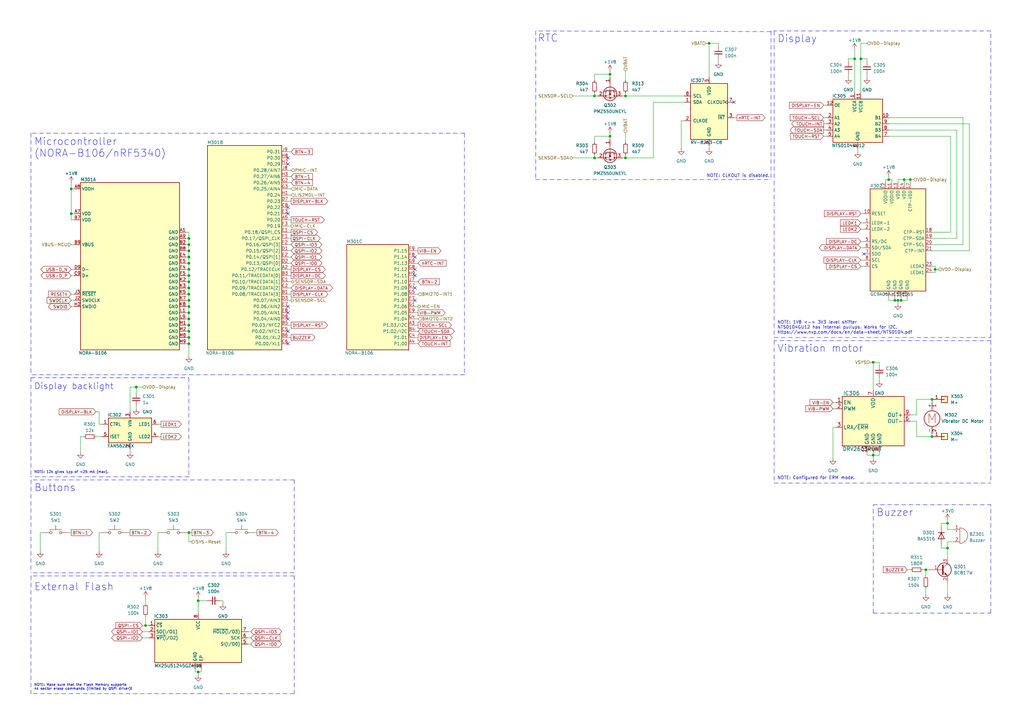
<source format=kicad_sch>
(kicad_sch (version 20250114) (generator "eeschema") (generator_version "9.0")
  (paper "A3")
  (title_block (title "ZSWatch v3") (date "2025-05-05") (rev "0") (company "github.com/jakkra/ZSWatch-HW"))
  (text "NOTE: CLKOUT is disabled." (at 289.814 72.898 0) (effects (font (size 1.27 1.27)) (justify left bottom)))
  (text "Buttons" (at 13.97 201.93 0) (effects (font (size 3 3)) (justify left bottom)))
  (text "NOTE: 12k gives I_{LED} of <25 mA (max)." (at 13.97 194.31 0) (effects (font (size 1 1)) (justify left bottom)))
  (text "Vibration motor" (at 318.77 144.78 0) (effects (font (size 3 3)) (justify left bottom)))
  (text "Buzzer" (at 359.41 212.09 0) (effects (font (size 3 3)) (justify left bottom)))
  (text "NOTE: Make sure that the Flash Memory supports\n4k sector erase commands (limited by QSPI driver)!" (at 13.97 283.21 0) (effects (font (size 1 1)) (justify left bottom)))
  (text "RTC" (at 220.472 17.526 0) (effects (font (size 3 3)) (justify left bottom)))
  (text "Display" (at 318.77 17.78 0) (effects (font (size 3 3)) (justify left bottom)))
  (text "NOTE: 1V8 <-> 3V3 level shifter\nNTS0104GU12 has internal pullups. Works for I2C.\nhttps://www.nxp.com/docs/en/data-sheet/NTS0104.pdf" (at 318.77 137.16 0) (effects (font (size 1.27 1.27)) (justify left bottom)))
  (text "Microcontroller\n(NORA-B106/nRF5340)" (at 13.97 64.77 0) (effects (font (size 3 3)) (justify left bottom)))
  (text "Display backlight" (at 13.97 160.02 0) (effects (font (size 2.5 2.5)) (justify left bottom)))
  (text "NOTE: Configured for ERM mode." (at 318.77 196.85 0) (effects (font (size 1.27 1.27)) (justify left bottom)))
  (text "External Flash" (at 13.97 242.57 0) (effects (font (size 3 3)) (justify left bottom)))
  (junction (at 77.47 123.19))
  (junction (at 77.47 107.95))
  (junction (at 77.47 100.33))
  (junction (at 77.47 130.81))
  (junction (at 243.84 39.37))
  (junction (at 77.47 115.57))
  (junction (at 59.69 256.54))
  (junction (at 77.47 113.03))
  (junction (at 77.47 138.43))
  (junction (at 379.73 233.68))
  (junction (at 388.62 224.79))
  (junction (at 364.49 73.66))
  (junction (at 77.47 110.49))
  (junction (at 77.47 140.97))
  (junction (at 353.06 24.13))
  (junction (at 77.47 105.41))
  (junction (at 358.14 186.69))
  (junction (at 250.19 30.48))
  (junction (at 382.27 179.07))
  (junction (at 77.47 118.11))
  (junction (at 77.47 128.27))
  (junction (at 77.47 97.79))
  (junction (at 77.47 120.65))
  (junction (at 382.27 163.83))
  (junction (at 350.52 24.13))
  (junction (at 77.47 218.44))
  (junction (at 77.47 135.89))
  (junction (at 383.54 110.49))
  (junction (at 368.3 123.19))
  (junction (at 369.57 123.19))
  (junction (at 29.21 77.47))
  (junction (at 77.47 133.35))
  (junction (at 250.19 55.88))
  (junction (at 243.84 64.77))
  (junction (at 256.54 39.37))
  (junction (at 256.54 64.77))
  (junction (at 367.03 123.19))
  (junction (at 55.88 158.75))
  (junction (at 358.14 148.59))
  (junction (at 81.28 246.38))
  (junction (at 290.83 17.78))
  (junction (at 77.47 125.73))
  (junction (at 77.47 102.87))
  (junction (at 29.21 87.63))
  (junction (at 370.84 73.66))
  (junction (at 388.62 214.63))
  (junction (at 81.28 275.59))
  (junction (at 373.38 73.66))
  (no_connect (at 118.11 140.97))
  (no_connect (at 354.33 104.14))
  (no_connect (at 118.11 87.63))
  (no_connect (at 300.99 41.91))
  (no_connect (at 118.11 67.31))
  (no_connect (at 170.18 113.03))
  (no_connect (at 170.18 123.19))
  (no_connect (at 118.11 64.77))
  (no_connect (at 118.11 135.89))
  (no_connect (at 170.18 105.41))
  (no_connect (at 118.11 125.73))
  (no_connect (at 118.11 128.27))
  (no_connect (at 170.18 110.49))
  (no_connect (at 118.11 85.09))
  (no_connect (at 170.18 118.11))
  (no_connect (at 118.11 130.81))
  (wire (pts (xy 368.3 123.19) (xy 368.3 124.46)))
  (wire (pts (xy 267.97 64.77) (xy 256.54 64.77)))
  (wire (pts (xy 353.06 99.06) (xy 354.33 99.06)))
  (wire (pts (xy 58.42 158.75) (xy 55.88 158.75)))
  (wire (pts (xy 53.34 158.75) (xy 53.34 168.91)))
  (wire (pts (xy 353.06 91.44) (xy 354.33 91.44)))
  (polyline (pts (xy 120.65 234.95) (xy 12.7 234.95)) (stroke (width 0) (type dash_dot)))
  (wire (pts (xy 77.47 140.97) (xy 77.47 146.05)))
  (polyline (pts (xy 190.5 54.61) (xy 12.7 54.61)) (stroke (width 0) (type dash_dot)))
  (wire (pts (xy 170.18 125.73) (xy 171.45 125.73)))
  (wire (pts (xy 392.43 53.34) (xy 392.43 97.79)))
  (wire (pts (xy 77.47 97.79) (xy 77.47 100.33)))
  (wire (pts (xy 34.29 179.07) (xy 33.02 179.07)))
  (wire (pts (xy 388.62 213.36) (xy 388.62 214.63)))
  (polyline (pts (xy 317.5 198.12) (xy 406.4 198.12)) (stroke (width 0) (type dash_dot)))
  (wire (pts (xy 391.16 222.25) (xy 388.62 222.25)))
  (wire (pts (xy 77.47 110.49) (xy 77.47 113.03)))
  (wire (pts (xy 29.21 74.93) (xy 29.21 77.47)))
  (wire (pts (xy 234.95 39.37) (xy 243.84 39.37)))
  (wire (pts (xy 353.06 17.78) (xy 353.06 24.13)))
  (wire (pts (xy 367.03 123.19) (xy 368.3 123.19)))
  (polyline (pts (xy 190.5 153.67) (xy 12.7 153.67)) (stroke (width 0) (type dash_dot)))
  (polyline (pts (xy 316.23 12.954) (xy 219.71 12.7)) (stroke (width 0) (type dash_dot)))
  (wire (pts (xy 255.27 64.77) (xy 256.54 64.77)))
  (wire (pts (xy 55.88 166.37) (xy 55.88 167.64)))
  (wire (pts (xy 118.11 113.03) (xy 119.38 113.03)))
  (wire (pts (xy 77.47 125.73) (xy 77.47 128.27)))
  (wire (pts (xy 82.55 274.32) (xy 82.55 275.59)))
  (wire (pts (xy 250.19 55.88) (xy 243.84 55.88)))
  (wire (pts (xy 383.54 111.76) (xy 383.54 110.49)))
  (wire (pts (xy 118.11 62.23) (xy 119.38 62.23)))
  (wire (pts (xy 382.27 102.87) (xy 397.51 102.87)))
  (wire (pts (xy 364.49 121.92) (xy 364.49 123.19)))
  (wire (pts (xy 118.11 120.65) (xy 119.38 120.65)))
  (wire (pts (xy 170.18 135.89) (xy 171.45 135.89)))
  (wire (pts (xy 290.83 17.78) (xy 294.64 17.78)))
  (wire (pts (xy 337.82 55.88) (xy 339.09 55.88)))
  (wire (pts (xy 118.11 100.33) (xy 119.38 100.33)))
  (wire (pts (xy 382.27 179.07) (xy 375.92 179.07)))
  (wire (pts (xy 118.11 82.55) (xy 119.38 82.55)))
  (wire (pts (xy 279.4 60.96) (xy 279.4 49.53)))
  (wire (pts (xy 77.47 133.35) (xy 76.2 133.35)))
  (wire (pts (xy 388.62 224.79) (xy 388.62 228.6)))
  (wire (pts (xy 367.03 123.19) (xy 367.03 121.92)))
  (polyline (pts (xy 317.5 138.43) (xy 406.4 138.43)) (stroke (width 0) (type dash_dot)))
  (wire (pts (xy 234.95 64.77) (xy 243.84 64.77)))
  (polyline (pts (xy 12.7 154.94) (xy 12.7 195.58)) (stroke (width 0) (type dash_dot)))
  (wire (pts (xy 358.14 186.69) (xy 358.14 185.42)))
  (wire (pts (xy 170.18 115.57) (xy 171.45 115.57)))
  (polyline (pts (xy 120.65 196.85) (xy 120.65 234.95)) (stroke (width 0) (type dash_dot)))
  (wire (pts (xy 77.47 123.19) (xy 77.47 125.73)))
  (wire (pts (xy 40.64 218.44) (xy 41.91 218.44)))
  (wire (pts (xy 289.56 17.78) (xy 290.83 17.78)))
  (wire (pts (xy 64.77 173.99) (xy 66.04 173.99)))
  (wire (pts (xy 77.47 135.89) (xy 77.47 138.43)))
  (polyline (pts (xy 120.65 236.22) (xy 120.65 284.48)) (stroke (width 0) (type dash_dot)))
  (wire (pts (xy 353.06 93.98) (xy 354.33 93.98)))
  (polyline (pts (xy 406.4 138.43) (xy 406.4 12.7)) (stroke (width 0) (type dash_dot)))
  (wire (pts (xy 77.47 135.89) (xy 76.2 135.89)))
  (wire (pts (xy 341.63 167.64) (xy 342.9 167.64)))
  (wire (pts (xy 80.01 274.32) (xy 80.01 275.59)))
  (wire (pts (xy 29.21 120.65) (xy 30.48 120.65)))
  (wire (pts (xy 355.6 185.42) (xy 355.6 186.69)))
  (wire (pts (xy 256.54 39.37) (xy 280.67 39.37)))
  (wire (pts (xy 388.62 224.79) (xy 386.08 224.79)))
  (wire (pts (xy 29.21 123.19) (xy 30.48 123.19)))
  (wire (pts (xy 118.11 69.85) (xy 119.38 69.85)))
  (polyline (pts (xy 316.23 12.7) (xy 316.23 73.66)) (stroke (width 0) (type dash_dot)))
  (wire (pts (xy 341.63 165.1) (xy 342.9 165.1)))
  (polyline (pts (xy 317.5 139.7) (xy 317.5 198.12)) (stroke (width 0) (type dash_dot)))
  (wire (pts (xy 170.18 120.65) (xy 171.45 120.65)))
  (wire (pts (xy 58.42 261.62) (xy 60.96 261.62)))
  (wire (pts (xy 170.18 133.35) (xy 171.45 133.35)))
  (wire (pts (xy 118.11 115.57) (xy 119.38 115.57)))
  (polyline (pts (xy 12.7 236.22) (xy 12.7 284.48)) (stroke (width 0) (type dash_dot)))
  (polyline (pts (xy 120.65 196.85) (xy 12.7 196.85)) (stroke (width 0) (type dash_dot)))
  (wire (pts (xy 368.3 123.19) (xy 369.57 123.19)))
  (wire (pts (xy 373.38 73.66) (xy 373.38 74.93)))
  (wire (pts (xy 256.54 64.77) (xy 256.54 63.5)))
  (wire (pts (xy 77.47 118.11) (xy 76.2 118.11)))
  (wire (pts (xy 27.94 218.44) (xy 29.21 218.44)))
  (wire (pts (xy 81.28 275.59) (xy 82.55 275.59)))
  (wire (pts (xy 256.54 54.61) (xy 256.54 58.42)))
  (wire (pts (xy 267.97 41.91) (xy 267.97 64.77)))
  (wire (pts (xy 290.83 31.75) (xy 290.83 17.78)))
  (wire (pts (xy 243.84 64.77) (xy 243.84 63.5)))
  (wire (pts (xy 29.21 110.49) (xy 30.48 110.49)))
  (wire (pts (xy 77.47 120.65) (xy 77.47 123.19)))
  (wire (pts (xy 386.08 214.63) (xy 388.62 214.63)))
  (wire (pts (xy 77.47 125.73) (xy 76.2 125.73)))
  (wire (pts (xy 382.27 177.8) (xy 382.27 179.07)))
  (polyline (pts (xy 358.14 251.46) (xy 406.4 251.46)) (stroke (width 0) (type dash_dot)))
  (wire (pts (xy 29.21 87.63) (xy 29.21 77.47)))
  (polyline (pts (xy 77.47 154.94) (xy 77.47 195.58)) (stroke (width 0) (type dash_dot)))
  (wire (pts (xy 170.18 128.27) (xy 171.45 128.27)))
  (wire (pts (xy 93.98 218.44) (xy 92.71 218.44)))
  (polyline (pts (xy 317.5 12.7) (xy 317.5 138.43)) (stroke (width 0) (type dash_dot)))
  (polyline (pts (xy 190.5 54.61) (xy 190.5 153.67)) (stroke (width 0) (type dash_dot)))
  (wire (pts (xy 77.47 110.49) (xy 76.2 110.49)))
  (wire (pts (xy 118.11 90.17) (xy 119.38 90.17)))
  (wire (pts (xy 337.82 43.18) (xy 339.09 43.18)))
  (wire (pts (xy 77.47 115.57) (xy 77.47 118.11)))
  (wire (pts (xy 364.49 123.19) (xy 367.03 123.19)))
  (wire (pts (xy 360.68 185.42) (xy 360.68 186.69)))
  (wire (pts (xy 90.17 246.38) (xy 91.44 246.38)))
  (wire (pts (xy 77.47 115.57) (xy 76.2 115.57)))
  (wire (pts (xy 388.62 222.25) (xy 388.62 224.79)))
  (polyline (pts (xy 120.65 236.22) (xy 12.7 236.22)) (stroke (width 0) (type dash_dot)))
  (wire (pts (xy 29.21 100.33) (xy 30.48 100.33)))
  (wire (pts (xy 373.38 170.18) (xy 375.92 170.18)))
  (wire (pts (xy 397.51 50.8) (xy 397.51 102.87)))
  (wire (pts (xy 118.11 97.79) (xy 119.38 97.79)))
  (polyline (pts (xy 406.4 139.7) (xy 406.4 198.12)) (stroke (width 0) (type dash_dot)))
  (wire (pts (xy 29.21 90.17) (xy 29.21 87.63)))
  (wire (pts (xy 358.14 186.69) (xy 358.14 187.96)))
  (wire (pts (xy 350.52 24.13) (xy 350.52 38.1)))
  (wire (pts (xy 250.19 55.88) (xy 250.19 57.15)))
  (wire (pts (xy 64.77 218.44) (xy 66.04 218.44)))
  (wire (pts (xy 41.91 173.99) (xy 40.64 173.99)))
  (wire (pts (xy 77.47 95.25) (xy 77.47 97.79)))
  (wire (pts (xy 118.11 74.93) (xy 119.38 74.93)))
  (polyline (pts (xy 120.65 284.48) (xy 12.7 284.48)) (stroke (width 0) (type dash_dot)))
  (wire (pts (xy 294.64 24.13) (xy 294.64 25.4)))
  (wire (pts (xy 16.51 218.44) (xy 16.51 226.06)))
  (wire (pts (xy 386.08 215.9) (xy 386.08 214.63)))
  (wire (pts (xy 256.54 39.37) (xy 256.54 38.1)))
  (wire (pts (xy 77.47 102.87) (xy 76.2 102.87)))
  (polyline (pts (xy 406.4 139.7) (xy 317.5 139.7)) (stroke (width 0) (type dash_dot)))
  (wire (pts (xy 355.6 186.69) (xy 358.14 186.69)))
  (wire (pts (xy 365.76 73.66) (xy 364.49 73.66)))
  (wire (pts (xy 77.47 118.11) (xy 77.47 120.65)))
  (wire (pts (xy 243.84 55.88) (xy 243.84 58.42)))
  (wire (pts (xy 369.57 123.19) (xy 372.11 123.19)))
  (wire (pts (xy 243.84 30.48) (xy 243.84 33.02)))
  (wire (pts (xy 77.47 95.25) (xy 76.2 95.25)))
  (wire (pts (xy 279.4 49.53) (xy 280.67 49.53)))
  (wire (pts (xy 360.68 186.69) (xy 358.14 186.69)))
  (wire (pts (xy 81.28 246.38) (xy 81.28 245.11)))
  (wire (pts (xy 59.69 256.54) (xy 60.96 256.54)))
  (wire (pts (xy 77.47 97.79) (xy 76.2 97.79)))
  (wire (pts (xy 81.28 246.38) (xy 81.28 251.46)))
  (wire (pts (xy 77.47 128.27) (xy 77.47 130.81)))
  (wire (pts (xy 77.47 133.35) (xy 77.47 135.89)))
  (wire (pts (xy 58.42 256.54) (xy 59.69 256.54)))
  (wire (pts (xy 250.19 54.61) (xy 250.19 55.88)))
  (wire (pts (xy 383.54 110.49) (xy 383.54 109.22)))
  (wire (pts (xy 382.27 163.83) (xy 382.27 165.1)))
  (wire (pts (xy 77.47 130.81) (xy 76.2 130.81)))
  (wire (pts (xy 64.77 218.44) (xy 64.77 226.06)))
  (wire (pts (xy 360.68 148.59) (xy 360.68 149.86)))
  (wire (pts (xy 341.63 175.26) (xy 341.63 187.96)))
  (wire (pts (xy 118.11 72.39) (xy 119.38 72.39)))
  (wire (pts (xy 364.49 73.66) (xy 363.22 73.66)))
  (wire (pts (xy 250.19 29.21) (xy 250.19 30.48)))
  (wire (pts (xy 389.89 55.88) (xy 389.89 95.25)))
  (polyline (pts (xy 219.71 73.66) (xy 316.23 73.66)) (stroke (width 0) (type dash_dot)))
  (polyline (pts (xy 406.4 12.7) (xy 317.5 12.7)) (stroke (width 0) (type dash_dot)))
  (wire (pts (xy 58.42 259.08) (xy 60.96 259.08)))
  (wire (pts (xy 77.47 140.97) (xy 76.2 140.97)))
  (wire (pts (xy 372.11 233.68) (xy 373.38 233.68)))
  (wire (pts (xy 250.19 30.48) (xy 243.84 30.48)))
  (wire (pts (xy 337.82 50.8) (xy 339.09 50.8)))
  (wire (pts (xy 337.82 48.26) (xy 339.09 48.26)))
  (wire (pts (xy 351.79 60.96) (xy 351.79 62.23)))
  (wire (pts (xy 388.62 214.63) (xy 388.62 217.17)))
  (wire (pts (xy 337.82 53.34) (xy 339.09 53.34)))
  (wire (pts (xy 91.44 246.38) (xy 91.44 247.65)))
  (wire (pts (xy 347.98 25.4) (xy 347.98 24.13)))
  (wire (pts (xy 77.47 113.03) (xy 77.47 115.57)))
  (wire (pts (xy 353.06 87.63) (xy 354.33 87.63)))
  (wire (pts (xy 365.76 73.66) (xy 365.76 74.93)))
  (wire (pts (xy 358.14 148.59) (xy 360.68 148.59)))
  (wire (pts (xy 290.83 60.96) (xy 290.83 59.69)))
  (polyline (pts (xy 77.47 195.58) (xy 12.7 195.58)) (stroke (width 0) (type dash_dot)))
  (wire (pts (xy 342.9 175.26) (xy 341.63 175.26)))
  (wire (pts (xy 170.18 140.97) (xy 171.45 140.97)))
  (wire (pts (xy 118.11 102.87) (xy 119.38 102.87)))
  (wire (pts (xy 77.47 138.43) (xy 76.2 138.43)))
  (wire (pts (xy 55.88 158.75) (xy 53.34 158.75)))
  (wire (pts (xy 104.14 218.44) (xy 105.41 218.44)))
  (wire (pts (xy 370.84 73.66) (xy 373.38 73.66)))
  (wire (pts (xy 300.99 48.26) (xy 302.26 48.26)))
  (wire (pts (xy 77.47 107.95) (xy 77.47 110.49)))
  (wire (pts (xy 77.47 218.44) (xy 78.74 218.44)))
  (wire (pts (xy 358.14 148.59) (xy 358.14 160.02)))
  (wire (pts (xy 388.62 238.76) (xy 388.62 243.84)))
  (wire (pts (xy 118.11 123.19) (xy 119.38 123.19)))
  (wire (pts (xy 77.47 222.25) (xy 77.47 218.44)))
  (wire (pts (xy 92.71 218.44) (xy 92.71 226.06)))
  (polyline (pts (xy 12.7 154.94) (xy 77.47 154.94)) (stroke (width 0) (type dash_dot)))
  (wire (pts (xy 355.6 25.4) (xy 355.6 24.13)))
  (wire (pts (xy 375.92 170.18) (xy 375.92 163.83)))
  (wire (pts (xy 77.47 138.43) (xy 77.47 140.97)))
  (wire (pts (xy 364.49 55.88) (xy 389.89 55.88)))
  (wire (pts (xy 245.11 64.77) (xy 243.84 64.77)))
  (wire (pts (xy 118.11 95.25) (xy 119.38 95.25)))
  (wire (pts (xy 382.27 100.33) (xy 394.97 100.33)))
  (wire (pts (xy 353.06 106.68) (xy 354.33 106.68)))
  (wire (pts (xy 118.11 105.41) (xy 119.38 105.41)))
  (wire (pts (xy 77.47 120.65) (xy 76.2 120.65)))
  (wire (pts (xy 77.47 105.41) (xy 76.2 105.41)))
  (wire (pts (xy 77.47 130.81) (xy 77.47 133.35)))
  (wire (pts (xy 368.3 73.66) (xy 370.84 73.66)))
  (wire (pts (xy 77.47 100.33) (xy 77.47 102.87)))
  (polyline (pts (xy 12.7 54.61) (xy 12.7 153.67)) (stroke (width 0) (type dash_dot)))
  (wire (pts (xy 39.37 168.91) (xy 40.64 168.91)))
  (wire (pts (xy 29.21 113.03) (xy 30.48 113.03)))
  (wire (pts (xy 379.73 233.68) (xy 379.73 236.22)))
  (wire (pts (xy 256.54 29.21) (xy 256.54 33.02)))
  (wire (pts (xy 33.02 179.07) (xy 33.02 185.42)))
  (wire (pts (xy 382.27 109.22) (xy 383.54 109.22)))
  (wire (pts (xy 118.11 107.95) (xy 119.38 107.95)))
  (wire (pts (xy 40.64 218.44) (xy 40.64 226.06)))
  (polyline (pts (xy 12.7 196.85) (xy 12.7 234.95)) (stroke (width 0) (type dash_dot)))
  (wire (pts (xy 170.18 107.95) (xy 171.45 107.95)))
  (wire (pts (xy 372.11 123.19) (xy 372.11 121.92)))
  (wire (pts (xy 347.98 30.48) (xy 347.98 31.75)))
  (wire (pts (xy 170.18 130.81) (xy 171.45 130.81)))
  (wire (pts (xy 118.11 118.11) (xy 119.38 118.11)))
  (wire (pts (xy 382.27 97.79) (xy 392.43 97.79)))
  (wire (pts (xy 347.98 24.13) (xy 350.52 24.13)))
  (wire (pts (xy 77.47 105.41) (xy 77.47 107.95)))
  (wire (pts (xy 77.47 128.27) (xy 76.2 128.27)))
  (wire (pts (xy 378.46 233.68) (xy 379.73 233.68)))
  (wire (pts (xy 356.87 148.59) (xy 358.14 148.59)))
  (wire (pts (xy 77.47 113.03) (xy 76.2 113.03)))
  (wire (pts (xy 53.34 184.15) (xy 53.34 185.42)))
  (wire (pts (xy 81.28 246.38) (xy 85.09 246.38)))
  (wire (pts (xy 81.28 275.59) (xy 81.28 276.86)))
  (wire (pts (xy 255.27 39.37) (xy 256.54 39.37)))
  (wire (pts (xy 101.6 261.62) (xy 102.87 261.62)))
  (wire (pts (xy 267.97 41.91) (xy 280.67 41.91)))
  (wire (pts (xy 76.2 218.44) (xy 77.47 218.44)))
  (wire (pts (xy 170.18 102.87) (xy 171.45 102.87)))
  (wire (pts (xy 55.88 158.75) (xy 55.88 161.29)))
  (wire (pts (xy 355.6 17.78) (xy 353.06 17.78)))
  (wire (pts (xy 59.69 252.73) (xy 59.69 256.54)))
  (wire (pts (xy 364.49 53.34) (xy 392.43 53.34)))
  (polyline (pts (xy 219.71 12.7) (xy 219.71 73.66)) (stroke (width 0) (type dash_dot)))
  (wire (pts (xy 118.11 77.47) (xy 119.38 77.47)))
  (wire (pts (xy 101.6 259.08) (xy 102.87 259.08)))
  (wire (pts (xy 364.49 50.8) (xy 397.51 50.8)))
  (wire (pts (xy 17.78 218.44) (xy 16.51 218.44)))
  (wire (pts (xy 386.08 223.52) (xy 386.08 224.79)))
  (wire (pts (xy 40.64 173.99) (xy 40.64 168.91)))
  (wire (pts (xy 350.52 20.32) (xy 350.52 24.13)))
  (wire (pts (xy 29.21 77.47) (xy 30.48 77.47)))
  (wire (pts (xy 379.73 241.3) (xy 379.73 243.84)))
  (wire (pts (xy 353.06 101.6) (xy 354.33 101.6)))
  (wire (pts (xy 382.27 95.25) (xy 389.89 95.25)))
  (polyline (pts (xy 358.14 251.46) (xy 358.14 207.01)) (stroke (width 0) (type dash_dot)))
  (wire (pts (xy 170.18 138.43) (xy 171.45 138.43)))
  (wire (pts (xy 64.77 179.07) (xy 66.04 179.07)))
  (wire (pts (xy 355.6 24.13) (xy 353.06 24.13)))
  (wire (pts (xy 373.38 73.66) (xy 374.65 73.66)))
  (wire (pts (xy 243.84 39.37) (xy 243.84 38.1)))
  (polyline (pts (xy 358.14 207.01) (xy 406.4 207.01)) (stroke (width 0) (type dash_dot)))
  (wire (pts (xy 77.47 123.19) (xy 76.2 123.19)))
  (wire (pts (xy 370.84 73.66) (xy 370.84 74.93)))
  (wire (pts (xy 353.06 24.13) (xy 353.06 38.1)))
  (wire (pts (xy 369.57 123.19) (xy 369.57 121.92)))
  (wire (pts (xy 29.21 125.73) (xy 30.48 125.73)))
  (wire (pts (xy 364.49 48.26) (xy 394.97 48.26)))
  (wire (pts (xy 101.6 264.16) (xy 102.87 264.16)))
  (wire (pts (xy 368.3 74.93) (xy 368.3 73.66)))
  (wire (pts (xy 250.19 30.48) (xy 250.19 31.75)))
  (wire (pts (xy 118.11 138.43) (xy 119.38 138.43)))
  (wire (pts (xy 383.54 110.49) (xy 384.81 110.49)))
  (wire (pts (xy 118.11 80.01) (xy 119.38 80.01)))
  (wire (pts (xy 118.11 92.71) (xy 119.38 92.71)))
  (wire (pts (xy 394.97 48.26) (xy 394.97 100.33)))
  (wire (pts (xy 29.21 87.63) (xy 30.48 87.63)))
  (wire (pts (xy 360.68 154.94) (xy 360.68 156.21)))
  (wire (pts (xy 118.11 133.35) (xy 119.38 133.35)))
  (wire (pts (xy 353.06 109.22) (xy 354.33 109.22)))
  (wire (pts (xy 30.48 90.17) (xy 29.21 90.17)))
  (wire (pts (xy 118.11 110.49) (xy 119.38 110.49)))
  (wire (pts (xy 294.64 19.05) (xy 294.64 17.78)))
  (wire (pts (xy 59.69 245.11) (xy 59.69 247.65)))
  (wire (pts (xy 77.47 107.95) (xy 76.2 107.95)))
  (wire (pts (xy 382.27 111.76) (xy 383.54 111.76)))
  (wire (pts (xy 80.01 275.59) (xy 81.28 275.59)))
  (wire (pts (xy 373.38 172.72) (xy 375.92 172.72)))
  (wire (pts (xy 245.11 39.37) (xy 243.84 39.37)))
  (wire (pts (xy 388.62 217.17) (xy 391.16 217.17)))
  (wire (pts (xy 379.73 233.68) (xy 381 233.68)))
  (wire (pts (xy 41.91 179.07) (xy 39.37 179.07)))
  (wire (pts (xy 364.49 72.39) (xy 364.49 73.66)))
  (wire (pts (xy 375.92 172.72) (xy 375.92 179.07)))
  (polyline (pts (xy 406.4 251.46) (xy 406.4 207.01)) (stroke (width 0) (type dash_dot)))
  (wire (pts (xy 52.07 218.44) (xy 53.34 218.44)))
  (wire (pts (xy 375.92 163.83) (xy 382.27 163.83)))
  (wire (pts (xy 78.74 222.25) (xy 77.47 222.25)))
  (wire (pts (xy 77.47 100.33) (xy 76.2 100.33)))
  (wire (pts (xy 355.6 30.48) (xy 355.6 31.75)))
  (wire (pts (xy 363.22 73.66) (xy 363.22 74.93)))
  (wire (pts (xy 77.47 102.87) (xy 77.47 105.41)))
  (global_label "QSPI-CLK" (shape output) (at 119.38 97.79 0) (property "Intersheetrefs" "${INTERSHEET_REFS}" (effects (hide yes))))
  (global_label "DISPLAY-RST" (shape output) (at 119.38 133.35 0) (property "Intersheetrefs" "${INTERSHEET_REFS}" (effects (hide yes))))
  (global_label "VIB-EN" (shape output) (at 171.45 102.87 0) (property "Intersheetrefs" "${INTERSHEET_REFS}" (effects (hide yes))))
  (global_label "BTN-4" (shape output) (at 105.41 218.44 0) (property "Intersheetrefs" "${INTERSHEET_REFS}" (effects (hide yes))))
  (global_label "SWDCLK" (shape input) (at 29.21 123.19 180) (property "Intersheetrefs" "${INTERSHEET_REFS}" (effects (hide yes))))
  (global_label "QSPI-CS" (shape output) (at 119.38 95.25 0) (property "Intersheetrefs" "${INTERSHEET_REFS}" (effects (hide yes))))
  (global_label "QSPI-IO0" (shape bidirectional) (at 102.87 264.16 0) (property "Intersheetrefs" "${INTERSHEET_REFS}" (effects (hide yes))))
  (global_label "TOUCH-SDA" (shape bidirectional) (at 171.45 135.89 0) (property "Intersheetrefs" "${INTERSHEET_REFS}" (effects (hide yes))))
  (global_label "TOUCH-RST" (shape output) (at 119.38 90.17 0) (property "Intersheetrefs" "${INTERSHEET_REFS}" (effects (hide yes))))
  (global_label "VIB-PWM" (shape output) (at 171.45 128.27 0) (property "Intersheetrefs" "${INTERSHEET_REFS}" (effects (hide yes))))
  (global_label "RESETn" (shape input) (at 29.21 120.65 180) (property "Intersheetrefs" "${INTERSHEET_REFS}" (effects (hide yes))))
  (global_label "SWDIO" (shape bidirectional) (at 29.21 125.73 180) (property "Intersheetrefs" "${INTERSHEET_REFS}" (effects (hide yes))))
  (global_label "QSPI-IO0" (shape bidirectional) (at 119.38 107.95 0) (property "Intersheetrefs" "${INTERSHEET_REFS}" (effects (hide yes))))
  (global_label "QSPI-IO3" (shape bidirectional) (at 119.38 100.33 0) (property "Intersheetrefs" "${INTERSHEET_REFS}" (effects (hide yes))))
  (global_label "BTN-4" (shape input) (at 119.38 74.93 0) (property "Intersheetrefs" "${INTERSHEET_REFS}" (effects (hide yes))))
  (global_label "QSPI-IO1" (shape bidirectional) (at 58.42 259.08 180) (property "Intersheetrefs" "${INTERSHEET_REFS}" (effects (hide yes))))
  (global_label "QSPI-IO1" (shape bidirectional) (at 119.38 105.41 0) (property "Intersheetrefs" "${INTERSHEET_REFS}" (effects (hide yes))))
  (global_label "DISPLAY-CLK" (shape input) (at 353.06 106.68 180) (property "Intersheetrefs" "${INTERSHEET_REFS}" (effects (hide yes))))
  (global_label "DISPLAY-DATA" (shape bidirectional) (at 353.06 101.6 180) (property "Intersheetrefs" "${INTERSHEET_REFS}" (effects (hide yes))))
  (global_label "TOUCH-INT" (shape output) (at 337.82 50.8 180) (property "Intersheetrefs" "${INTERSHEET_REFS}" (effects (hide yes))))
  (global_label "BTN-2" (shape input) (at 171.45 115.57 0) (property "Intersheetrefs" "${INTERSHEET_REFS}" (effects (hide yes))))
  (global_label "QSPI-CLK" (shape input) (at 102.87 261.62 0) (property "Intersheetrefs" "${INTERSHEET_REFS}" (effects (hide yes))))
  (global_label "nRTC-INT" (shape input) (at 171.45 107.95 0) (property "Intersheetrefs" "${INTERSHEET_REFS}" (effects (hide yes))))
  (global_label "DISPLAY-DATA" (shape bidirectional) (at 119.38 118.11 0) (property "Intersheetrefs" "${INTERSHEET_REFS}" (effects (hide yes))))
  (global_label "DISPLAY-DC" (shape output) (at 119.38 113.03 0) (property "Intersheetrefs" "${INTERSHEET_REFS}" (effects (hide yes))))
  (global_label "TOUCH-INT" (shape input) (at 171.45 140.97 0) (property "Intersheetrefs" "${INTERSHEET_REFS}" (effects (hide yes))))
  (global_label "BTN-3" (shape output) (at 78.74 218.44 0) (property "Intersheetrefs" "${INTERSHEET_REFS}" (effects (hide yes))))
  (global_label "TOUCH-SCL" (shape output) (at 171.45 133.35 0) (property "Intersheetrefs" "${INTERSHEET_REFS}" (effects (hide yes))))
  (global_label "QSPI-IO3" (shape bidirectional) (at 102.87 259.08 0) (property "Intersheetrefs" "${INTERSHEET_REFS}" (effects (hide yes))))
  (global_label "TOUCH-RST" (shape input) (at 337.82 55.88 180) (property "Intersheetrefs" "${INTERSHEET_REFS}" (effects (hide yes))))
  (global_label "BTN-1" (shape output) (at 29.21 218.44 0) (property "Intersheetrefs" "${INTERSHEET_REFS}" (effects (hide yes))))
  (global_label "BUZZER" (shape input) (at 372.11 233.68 180) (property "Intersheetrefs" "${INTERSHEET_REFS}" (effects (hide yes))))
  (global_label "VIB-EN" (shape input) (at 341.63 165.1 180) (property "Intersheetrefs" "${INTERSHEET_REFS}" (effects (hide yes))))
  (global_label "BTN-2" (shape output) (at 53.34 218.44 0) (property "Intersheetrefs" "${INTERSHEET_REFS}" (effects (hide yes))))
  (global_label "QSPI-IO2" (shape bidirectional) (at 119.38 102.87 0) (property "Intersheetrefs" "${INTERSHEET_REFS}" (effects (hide yes))))
  (global_label "LEDK2" (shape input) (at 353.06 93.98 180) (property "Intersheetrefs" "${INTERSHEET_REFS}" (effects (hide yes))))
  (global_label "DISPLAY-BLK" (shape output) (at 119.38 82.55 0) (property "Intersheetrefs" "${INTERSHEET_REFS}" (effects (hide yes))))
  (global_label "BTN-3" (shape input) (at 119.38 62.23 0) (property "Intersheetrefs" "${INTERSHEET_REFS}" (effects (hide yes))))
  (global_label "nRTC-INT" (shape output) (at 302.26 48.26 0) (property "Intersheetrefs" "${INTERSHEET_REFS}" (effects (hide yes))))
  (global_label "DISPLAY-CLK" (shape output) (at 119.38 120.65 0) (property "Intersheetrefs" "${INTERSHEET_REFS}" (effects (hide yes))))
  (global_label "USB-D_N" (shape bidirectional) (at 29.21 110.49 180) (property "Intersheetrefs" "${INTERSHEET_REFS}" (effects (hide yes))))
  (global_label "LEDK2" (shape output) (at 66.04 179.07 0) (property "Intersheetrefs" "${INTERSHEET_REFS}" (effects (hide yes))))
  (global_label "USB-D_P" (shape bidirectional) (at 29.21 113.03 180) (property "Intersheetrefs" "${INTERSHEET_REFS}" (effects (hide yes))))
  (global_label "TOUCH-SCL" (shape input) (at 337.82 48.26 180) (property "Intersheetrefs" "${INTERSHEET_REFS}" (effects (hide yes))))
  (global_label "BUZZER" (shape output) (at 119.38 138.43 0) (property "Intersheetrefs" "${INTERSHEET_REFS}" (effects (hide yes))))
  (global_label "TOUCH-SDA" (shape output) (at 337.82 53.34 180) (property "Intersheetrefs" "${INTERSHEET_REFS}" (effects (hide yes))))
  (global_label "DISPLAY-CS" (shape input) (at 353.06 109.22 180) (property "Intersheetrefs" "${INTERSHEET_REFS}" (effects (hide yes))))
  (global_label "QSPI-IO2" (shape bidirectional) (at 58.42 261.62 180) (property "Intersheetrefs" "${INTERSHEET_REFS}" (effects (hide yes))))
  (global_label "VIB-PWM" (shape input) (at 341.63 167.64 180) (property "Intersheetrefs" "${INTERSHEET_REFS}" (effects (hide yes))))
  (global_label "LEDK1" (shape input) (at 353.06 91.44 180) (property "Intersheetrefs" "${INTERSHEET_REFS}" (effects (hide yes))))
  (global_label "DISPLAY-BLK" (shape input) (at 39.37 168.91 180) (property "Intersheetrefs" "${INTERSHEET_REFS}" (effects (hide yes))))
  (global_label "QSPI-CS" (shape input) (at 58.42 256.54 180) (property "Intersheetrefs" "${INTERSHEET_REFS}" (effects (hide yes))))
  (global_label "BTN-1" (shape input) (at 119.38 72.39 0) (property "Intersheetrefs" "${INTERSHEET_REFS}" (effects (hide yes))))
  (global_label "DISPLAY-CS" (shape output) (at 119.38 110.49 0) (property "Intersheetrefs" "${INTERSHEET_REFS}" (effects (hide yes))))
  (global_label "DISPLAY-DC" (shape input) (at 353.06 99.06 180) (property "Intersheetrefs" "${INTERSHEET_REFS}" (effects (hide yes))))
  (global_label "LEDK1" (shape output) (at 66.04 173.99 0) (property "Intersheetrefs" "${INTERSHEET_REFS}" (effects (hide yes))))
  (global_label "DISPLAY-EN" (shape output) (at 171.45 138.43 0) (property "Intersheetrefs" "${INTERSHEET_REFS}" (effects (hide yes))))
  (global_label "DISPLAY-RST" (shape input) (at 353.06 87.63 180) (property "Intersheetrefs" "${INTERSHEET_REFS}" (effects (hide yes))))
  (global_label "DISPLAY-EN" (shape input) (at 337.82 43.18 180) (property "Intersheetrefs" "${INTERSHEET_REFS}" (effects (hide yes))))
  (hierarchical_label "SENSOR-SCL" (shape input) (at 234.95 39.37 180))
  (hierarchical_label "SENSOR-SDA" (shape bidirectional) (at 234.95 64.77 180))
  (hierarchical_label "PMIC-INT" (shape input) (at 119.38 69.85 0))
  (hierarchical_label "VDD-Display" (shape input) (at 374.65 73.66 0))
  (hierarchical_label "VDD-Display" (shape input) (at 58.42 158.75 0))
  (hierarchical_label "VBAT" (shape input) (at 256.54 54.61 90))
  (hierarchical_label "MIC-DATA" (shape input) (at 119.38 77.47 0))
  (hierarchical_label "VDD-Display" (shape input) (at 384.81 110.49 0))
  (hierarchical_label "MIC-EN" (shape output) (at 171.45 125.73 0))
  (hierarchical_label "VBUS-MCU" (shape input) (at 29.21 100.33 180))
  (hierarchical_label "VDD-Display" (shape input) (at 355.6 17.78 0))
  (hierarchical_label "VBAT" (shape input) (at 256.54 29.21 90))
  (hierarchical_label "VBAT" (shape input) (at 289.56 17.78 180))
  (hierarchical_label "BMI270-INT2" (shape input) (at 171.45 130.81 0))
  (hierarchical_label "SENSOR-SCL" (shape output) (at 119.38 123.19 0))
  (hierarchical_label "BMI270-INT1" (shape input) (at 171.45 120.65 0))
  (hierarchical_label "MIC-CLK" (shape output) (at 119.38 92.71 0))
  (hierarchical_label "SENSOR-SDA" (shape bidirectional) (at 119.38 115.57 0))
  (hierarchical_label "VSYS" (shape input) (at 356.87 148.59 180))
  (hierarchical_label "LIS2MDL-INT" (shape input) (at 119.38 80.01 0))
  (hierarchical_label "SYS-Reset" (shape output) (at 78.74 222.25 0))
  (symbol (lib_id "Switch:SW_Push") (at 71.12 218.44 0) (unit 1)
    (property "Reference" "S303" (at 71.12 210.82 0))
    (property "Value" "SW3" (at 71.12 213.36 0))
    (property "Footprint" "E-Switch:TL6340AF160Q_Modified" (effects (hide yes)))
    (property "Datasheet" "https://www.mouser.de/datasheet/2/140/TL6340-3304863.pdf" (effects (hide yes)))
    (property "Distributor" "Mouser" (effects (hide yes)))
    (property "Mfr." "E-Switch" (effects (hide yes)))
    (property "Mfr. No." "TL6340AF160Q" (effects (hide yes)))
    (property "Order Number" "612-TL6340AF160Q" (effects (hide yes)))
  )
  (symbol (lib_id "power:GND") (at 55.88 167.64 0) (unit 1)
    (property "Reference" "#PWR0307" (effects (hide yes)))
    (property "Value" "GND" (at 58.42 168.91 0) (effects (justify left)))
  )
  (symbol (lib_id "power:+1V8") (at 59.69 245.11 0) (unit 1)
    (property "Reference" "#PWR0308" (effects (hide yes)))
    (property "Value" "+1V8" (at 59.69 241.3 0))
  )
  (symbol (lib_id "power:+1V8") (at 29.21 74.93 0) (unit 1)
    (property "Reference" "#PWR0305" (effects (hide yes)))
    (property "Value" "+1V8" (at 29.21 71.12 0))
  )
  (symbol (lib_id "Nexperia:PMZ550UNEYL") (at 250.19 36.83 270) (unit 1)
    (property "Reference" "Q302" (at 250.19 43.18 90))
    (property "Value" "PMZ550UNEYL" (at 250.19 45.72 90))
    (property "Footprint" "Package_SOT_SMD:SOT-883" (effects (hide yes)))
    (property "Datasheet" "https://assets.nexperia.com/documents/data-sheet/PMZ550UNE.pdf" (effects (hide yes)))
    (property "Description" "0.59A Id, 30V Vds, N-Channel MOSFET, DFN-1006-3" (effects (hide yes)))
    (property "Mfr." "Nexperia" (effects (hide yes)))
    (property "Mfr. No." "PMZ550UNEYL" (effects (hide yes)))
    (property "Distributor" "Mouser" (effects (hide yes)))
    (property "Order Number" "771-PMZ550UNEYL" (effects (hide yes)))
  )
  (symbol (lib_id "power:GND") (at 279.4 60.96 0) (unit 1)
    (property "Reference" "#PWR0337" (effects (hide yes)))
    (property "Value" "GND" (at 279.4 66.04 0))
  )
  (symbol (lib_id "power:GND") (at 368.3 124.46 0) (unit 1)
    (property "Reference" "#PWR0332" (effects (hide yes)))
    (property "Value" "GND" (at 368.3 129.54 0))
  )
  (symbol (lib_id "Connector_Generic:Conn_01x01") (at 387.35 163.83 0) (unit 1) (in_bom no)
    (property "Reference" "X303" (at 389.89 162.56 0) (effects (justify left)))
    (property "Value" "M+" (at 389.89 165.1 0) (effects (justify left)))
    (property "Footprint" "TestPoint:TestPoint_Pad_1.0x1.0mm" (effects (hide yes)))
  )
  (symbol (lib_id "Micro Crystal:RV-8263-C8") (at 290.83 45.72 0) (unit 1)
    (property "Reference" "IC307" (at 283.21 33.02 0) (effects (justify left)))
    (property "Value" "RV-8263-C8" (at 283.21 58.42 0) (effects (justify left)))
    (property "Footprint" "Micro Crystal:RV-8263-C8" (effects (hide yes)))
    (property "Datasheet" "https://www.microcrystal.com/fileadmin/Media/Products/RTC/Datasheet/RV-8263-C8.pdf" (effects (hide yes)))
    (property "Mfr." "Micro Crystal" (effects (hide yes)))
    (property "Mfr. No." "RV-8263-C8 32.768kHz-20PPM-TA-QA" (effects (hide yes)))
    (property "Distributor" "Mouser" (effects (hide yes)))
    (property "Order Number" "428-204291-MC01" (effects (hide yes)))
  )
  (symbol (lib_id "Device:C_Small") (at 294.64 21.59 0) (mirror y) (unit 1)
    (property "Reference" "C307" (at 297.18 20.3263 0) (effects (justify right)))
    (property "Value" "100n" (at 297.18 22.8663 0) (effects (justify right)))
    (property "Footprint" "Capacitor_SMD:C_0402_1005Metric" (effects (hide yes)))
    (property "Datasheet" "https://www.mouser.de/datasheet/2/40/KGM_X7R-3223212.pdf" (effects (hide yes)))
    (property "Mfr." "KYOCERA AVX" (effects (hide yes)))
    (property "Mfr. No." "04025C104KAT2A" (effects (hide yes)))
    (property "Distributor" "Mouser" (effects (hide yes)))
    (property "Order Number" "581-04025C104KAT2A" (effects (hide yes)))
    (property "CONFIG" "-ENV" (effects (hide yes)))
  )
  (symbol (lib_id "Device:Buzzer") (at 393.7 219.71 0) (unit 1)
    (property "Reference" "BZ301" (at 397.51 219.075 0) (effects (justify left)))
    (property "Value" "Buzzer" (at 397.51 221.615 0) (effects (justify left)))
    (property "Footprint" "CUI Devices:CMT-322-65-SMT-TR" (effects (hide yes)))
    (property "Datasheet" "https://www.mouser.de/datasheet/2/670/cmt_322_65_smt_tr-2504595.pdf" (effects (hide yes)))
    (property "Mfr." "CUI Devices" (effects (hide yes)))
    (property "Mfr. No." "CMT-322-65-SMT-TR" (effects (hide yes)))
    (property "Distributor" "Mouser" (effects (hide yes)))
    (property "Order Number" "490-CMT-322-65-SMTTR" (effects (hide yes)))
    (property "CONFIG" "-ENV" (effects (hide yes)))
  )
  (symbol (lib_id "uBlox:NORA-B106") (at 54.61 109.22 0) (unit 1)
    (property "Reference" "M301" (at 36.195 73.66 0))
    (property "Value" "NORA-B106" (at 38.1 144.78 0))
    (property "Footprint" "uBlox:NORA-B106" (effects (hide yes)))
    (property "Datasheet" "https://www.u-blox.com/docs/UBX-20027119" (effects (hide yes)))
    (property "Mfr." "u-blox" (effects (hide yes)))
    (property "Mfr. No." "NORA-B106-00B" (effects (hide yes)))
    (property "Distributor" "Mouser" (effects (hide yes)))
    (property "Order Number" "377-NORA-B106-00B" (effects (hide yes)))
  )
  (symbol (lib_id "Device:R_Small") (at 59.69 250.19 0) (unit 1)
    (property "Reference" "R302" (at 57.15 248.92 0) (effects (justify right)))
    (property "Value" "100k" (at 57.15 251.46 0) (effects (justify right)))
    (property "Footprint" "Resistor_SMD:R_0603_1608Metric" (effects (hide yes)))
    (property "Datasheet" "https://www.mouser.de/datasheet/2/447/YAGEO_PYu_RC_Group_51_RoHS_L_12-3313492.pdf" (effects (hide yes)))
    (property "Distributor" "Mouser" (effects (hide yes)))
    (property "Mfr." "YAGEO" (effects (hide yes)))
    (property "Mfr. No." "RC0603FR-07100KL" (effects (hide yes)))
    (property "Order Number" "603-RC0603FR-07100KL" (effects (hide yes)))
  )
  (symbol (lib_id "Motor:Motor_DC") (at 382.27 170.18 0) (unit 1) (in_bom no) (on_board no)
    (property "Reference" "M302" (at 387.35 170.18 0) (effects (justify left)))
    (property "Value" "Vibrator DC Motor" (at 386.08 172.72 0) (effects (justify left)))
    (property "Mfr." "DFRobot" (effects (hide yes)))
    (property "Mfr. No." "FIT0774" (effects (hide yes)))
    (property "Distributor" "Mouser" (effects (hide yes)))
    (property "Order Number" "426-FIT0774" (effects (hide yes)))
  )
  (symbol (lib_id "TexasInstruments_Kampi:DRV2603RUNT") (at 358.14 171.45 0) (unit 1)
    (property "Reference" "IC306" (at 349.25 161.29 0) (effects (font (size 1.524 1.524))))
    (property "Value" "DRV2603RUNT" (at 353.695 184.15 0) (effects (font (size 1.524 1.524))))
    (property "Footprint" "Package_QFN:WQFN-10_2x2mm_P0.5mm" (effects (hide yes)))
    (property "Datasheet" "https://www.ti.com/lit/ds/symlink/drv2603.pdf?HQS=dis-mous-null-mousermode-dsf-pf-null-wwe&ts=1692200896697&ref_url=https%253A%252F%252Feu.mouser.com%252F" (effects (hide yes)))
    (property "Mfr." "Texas Instruments" (effects (hide yes)))
    (property "Mfr. No." "DRV2603RUNT" (effects (hide yes)))
    (property "Distributor" "Mouser" (effects (hide yes)))
    (property "Order Number" "595-DRV2603RUNT" (effects (hide yes)))
    (property "CONFIG" "-ENV" (effects (hide yes)))
  )
  (symbol (lib_id "NXP:NTS0104GU12") (at 351.79 49.53 0) (unit 1)
    (property "Reference" "IC305" (at 344.17 39.37 0))
    (property "Value" "NTS0104GU12" (at 347.98 59.69 0))
    (property "Footprint" "Package_QFN:XQFN-12-1.7x2mm_P0.4mm" (effects (hide yes)))
    (property "Datasheet" "https://www.nxp.com/docs/en/package-information/SOT1174-1.pdf" (effects (hide yes)))
    (property "Mfr." "NXP Semiconductors" (effects (hide yes)))
    (property "Mfr. No." "NTS0104GU12,115" (effects (hide yes)))
    (property "Distributor" "Mouser" (effects (hide yes)))
    (property "Order Number" "771-NTS0104GU12115" (effects (hide yes)))
    (property "CONFIG" "-ENV" (effects (hide yes)))
  )
  (symbol (lib_id "Device:C_Small") (at 355.6 27.94 0) (mirror y) (unit 1)
    (property "Reference" "C305" (at 358.14 26.6763 0) (effects (justify right)))
    (property "Value" "100n" (at 358.14 29.2163 0) (effects (justify right)))
    (property "Footprint" "Capacitor_SMD:C_0603_1608Metric" (effects (hide yes)))
    (property "Mfr." "KYOCERA AVX" (effects (hide yes)))
    (property "Mfr. No." "06035C104KAT2A" (effects (hide yes)))
    (property "Distributor" "Mouser" (effects (hide yes)))
    (property "Order Number" "581-06035C104KAT2A" (effects (hide yes)))
    (property "CONFIG" "-ENV" (effects (hide yes)))
  )
  (symbol (lib_id "Switch:SW_Push") (at 99.06 218.44 0) (mirror y) (unit 1)
    (property "Reference" "S304" (at 99.06 210.82 0))
    (property "Value" "SW4" (at 99.06 213.36 0))
    (property "Footprint" "E-Switch:TL6340AF160Q_Modified" (effects (hide yes)))
    (property "Datasheet" "https://www.mouser.de/datasheet/2/140/TL6340-3304863.pdf" (effects (hide yes)))
    (property "Distributor" "Mouser" (effects (hide yes)))
    (property "Mfr." "E-Switch" (effects (hide yes)))
    (property "Mfr. No." "TL6340AF160Q" (effects (hide yes)))
    (property "Order Number" "612-TL6340AF160Q" (effects (hide yes)))
    (property "CONFIG" "-ENV" (effects (hide yes)))
  )
  (symbol (lib_id "power:GND") (at 341.63 187.96 0) (unit 1)
    (property "Reference" "#PWR0324" (effects (hide yes)))
    (property "Value" "GND" (at 341.63 193.04 0))
  )
  (symbol (lib_id "power:GND") (at 81.28 276.86 0) (mirror y) (unit 1)
    (property "Reference" "#PWR0311" (effects (hide yes)))
    (property "Value" "GND" (at 81.28 281.94 0))
  )
  (symbol (lib_id "uBlox:NORA-B106") (at 104.14 102.87 0) (unit 2)
    (property "Reference" "M301" (at 88.265 58.42 0))
    (property "Value" "NORA-B106" (at 90.17 144.78 0))
    (property "Footprint" "uBlox:NORA-B106" (effects (hide yes)))
    (property "Datasheet" "https://www.u-blox.com/docs/UBX-20027119" (effects (hide yes)))
    (property "Mfr." "u-blox" (effects (hide yes)))
    (property "Mfr. No." "NORA-B106-00B" (effects (hide yes)))
    (property "Distributor" "Mouser" (effects (hide yes)))
    (property "Order Number" "377-NORA-B106-00B" (effects (hide yes)))
  )
  (symbol (lib_id "power:GND") (at 91.44 247.65 0) (unit 1)
    (property "Reference" "#PWR0312" (effects (hide yes)))
    (property "Value" "GND" (at 91.44 252.73 0))
  )
  (symbol (lib_id "power:GND") (at 40.64 226.06 0) (unit 1)
    (property "Reference" "#PWR0303" (effects (hide yes)))
    (property "Value" "GND" (at 40.64 231.14 0))
  )
  (symbol (lib_id "Device:R_Small") (at 379.73 238.76 0) (mirror x) (unit 1)
    (property "Reference" "R307" (at 377.19 237.49 0) (effects (justify right)))
    (property "Value" "150k" (at 377.19 240.03 0) (effects (justify right)))
    (property "Footprint" "Resistor_SMD:R_0603_1608Metric" (effects (hide yes)))
    (property "Datasheet" "https://www.mouser.de/datasheet/2/447/YAGEO_PYu_RC_Group_51_RoHS_L_12-3313492.pdf" (effects (hide yes)))
    (property "Distributor" "Mouser" (effects (hide yes)))
    (property "Mfr." "YAGEO" (effects (hide yes)))
    (property "Mfr. No." "RC0603FR-07150KL" (effects (hide yes)))
    (property "Order Number" "603-RC0603FR-07150KL" (effects (hide yes)))
    (property "CONFIG" "-ENV" (effects (hide yes)))
  )
  (symbol (lib_id "ON Semiconductor:FAN5622SX") (at 53.34 176.53 0) (unit 1)
    (property "Reference" "IC302" (at 46.99 170.18 0))
    (property "Value" "FAN5622SX" (at 49.53 182.88 0))
    (property "Footprint" "Package_TO_SOT_SMD:TSOT-23-6" (effects (hide yes)))
    (property "Datasheet" "https://www.onsemi.com/download/data-sheet/pdf/fan5626-d.pdf" (effects (hide yes)))
    (property "Mfr." "onsemi / Fairchild" (effects (hide yes)))
    (property "Mfr. No." "FAN5622SX" (effects (hide yes)))
    (property "Distributor" "Mouser" (effects (hide yes)))
    (property "Order Number" "512-FAN5622SX" (effects (hide yes)))
    (property "CONFIG" "-ENV" (effects (hide yes)))
  )
  (symbol (lib_id "power:GND") (at 379.73 243.84 0) (unit 1)
    (property "Reference" "#PWR0319" (effects (hide yes)))
    (property "Value" "GND" (at 379.73 248.92 0))
  )
  (symbol (lib_id "power:GND") (at 53.34 185.42 0) (unit 1)
    (property "Reference" "#PWR0306" (effects (hide yes)))
    (property "Value" "GND" (at 53.34 190.5 0))
  )
  (symbol (lib_id "power:+3V0") (at 388.62 213.36 0) (unit 1)
    (property "Reference" "#PWR0333" (effects (hide yes)))
    (property "Value" "+3V0" (at 388.62 209.55 0))
  )
  (symbol (lib_id "power:GND") (at 77.47 146.05 0) (unit 1)
    (property "Reference" "#PWR0315" (effects (hide yes)))
    (property "Value" "GND" (at 77.47 151.13 0))
  )
  (symbol (lib_id "Transistor_BJT:BC817W") (at 386.08 233.68 0) (unit 1)
    (property "Reference" "Q301" (at 391.16 232.41 0) (effects (justify left)))
    (property "Value" "BC817W" (at 391.16 234.95 0) (effects (justify left)))
    (property "Footprint" "Package_TO_SOT_SMD:SOT-323_SC-70" (effects (hide yes)))
    (property "Datasheet" "https://www.onsemi.com/pub/Collateral/BC818-D.pdf" (effects (hide yes)))
    (property "Mfr." "Nexperia" (effects (hide yes)))
    (property "Mfr. No." "BC817W,115" (effects (hide yes)))
    (property "Distributor" "Mouser" (effects (hide yes)))
    (property "Order Number" "771-BC817W115" (effects (hide yes)))
    (property "CONFIG" "-ENV" (effects (hide yes)))
  )
  (symbol (lib_id "power:GND") (at 388.62 243.84 0) (unit 1)
    (property "Reference" "#PWR0334" (effects (hide yes)))
    (property "Value" "GND" (at 388.62 248.92 0))
  )
  (symbol (lib_id "Device:C_Small") (at 360.68 152.4 0) (unit 1)
    (property "Reference" "C306" (at 363.22 151.1363 0) (effects (justify left)))
    (property "Value" "100n" (at 363.22 153.6763 0) (effects (justify left)))
    (property "Footprint" "Capacitor_SMD:C_0603_1608Metric" (effects (hide yes)))
    (property "Mfr." "KYOCERA AVX" (effects (hide yes)))
    (property "Mfr. No." "06035C104KAT2A" (effects (hide yes)))
    (property "Distributor" "Mouser" (effects (hide yes)))
    (property "Order Number" "581-06035C104KAT2A" (effects (hide yes)))
    (property "CONFIG" "-ENV" (effects (hide yes)))
  )
  (symbol (lib_id "Switch:SW_Push") (at 22.86 218.44 0) (mirror y) (unit 1)
    (property "Reference" "S301" (at 22.86 210.82 0))
    (property "Value" "SW1" (at 22.86 213.36 0))
    (property "Footprint" "E-Switch:TL6340AF160Q_Modified" (effects (hide yes)))
    (property "Datasheet" "https://www.mouser.de/datasheet/2/140/TL6340-3304863.pdf" (effects (hide yes)))
    (property "Mfr." "E-Switch" (effects (hide yes)))
    (property "Mfr. No." "TL6340AF160Q" (effects (hide yes)))
    (property "Distributor" "Mouser" (effects (hide yes)))
    (property "Order Number" "612-TL6340AF160Q" (effects (hide yes)))
    (property "CONFIG" "-ENV" (effects (hide yes)))
  )
  (symbol (lib_id "power:GND") (at 64.77 226.06 0) (unit 1)
    (property "Reference" "#PWR0309" (effects (hide yes)))
    (property "Value" "GND" (at 64.77 231.14 0))
  )
  (symbol (lib_id "Device:R_Small") (at 256.54 60.96 0) (mirror y) (unit 1)
    (property "Reference" "R309" (at 259.08 59.6899 0) (effects (justify right)))
    (property "Value" "4k7" (at 259.08 62.2299 0) (effects (justify right)))
    (property "Footprint" "Resistor_SMD:R_0402_1005Metric" (effects (hide yes)))
    (property "Datasheet" "https://www.mouser.de/datasheet/2/447/YAGEO_PYu_RC_Group_51_RoHS_L_12-3313492.pdf" (effects (hide yes)))
    (property "Mfr." "YAGEO" (effects (hide yes)))
    (property "Mfr. No." "RC0402FR-074K7L" (effects (hide yes)))
    (property "Distributor" "Mouser" (effects (hide yes)))
    (property "Order Number" "603-RC0402FR-074K7L" (effects (hide yes)))
  )
  (symbol (lib_id "Diode:BAS316") (at 386.08 219.71 90) (mirror x) (unit 1)
    (property "Reference" "D301" (at 383.54 218.44 90) (effects (justify left)))
    (property "Value" "BAS316" (at 383.54 220.98 90) (effects (justify left)))
    (property "Footprint" "Diode_SMD:D_SOD-323" (effects (hide yes)))
    (property "Datasheet" "https://assets.nexperia.com/documents/data-sheet/BAS16_SER.pdf" (effects (hide yes)))
    (property "Mfr." "Taiwan Semiconductor" (effects (hide yes)))
    (property "Mfr. No." "BAS316 RRG" (effects (hide yes)))
    (property "Distributor" "Mouser" (effects (hide yes)))
    (property "Order Number" "821-BAS316RRG" (effects (hide yes)))
    (property "CONFIG" "-ENV" (effects (hide yes)))
    (property "Sim.Device" "D" (effects (hide yes)))
    (property "Sim.Pins" "1=K 2=A" (effects (hide yes)))
  )
  (symbol (lib_id "power:GND") (at 92.71 226.06 0) (unit 1)
    (property "Reference" "#PWR0313" (effects (hide yes)))
    (property "Value" "GND" (at 92.71 231.14 0))
  )
  (symbol (lib_id "Switch:SW_Push") (at 46.99 218.44 0) (unit 1)
    (property "Reference" "S302" (at 46.99 210.82 0))
    (property "Value" "SW2" (at 46.99 213.36 0))
    (property "Footprint" "E-Switch:TL6340AF160Q_Modified" (effects (hide yes)))
    (property "Datasheet" "https://www.mouser.de/datasheet/2/140/TL6340-3304863.pdf" (effects (hide yes)))
    (property "Distributor" "Mouser" (effects (hide yes)))
    (property "Mfr." "E-Switch" (effects (hide yes)))
    (property "Mfr. No." "TL6340AF160Q" (effects (hide yes)))
    (property "Order Number" "612-TL6340AF160Q" (effects (hide yes)))
    (property "CONFIG" "-ENV" (effects (hide yes)))
  )
  (symbol (lib_id "power:GND") (at 360.68 156.21 0) (unit 1)
    (property "Reference" "#PWR0330" (effects (hide yes)))
    (property "Value" "GND" (at 360.68 161.29 0))
  )
  (symbol (lib_id "Display:GC9A01A_CST816S") (at 368.3 97.79 0) (unit 1)
    (property "Reference" "X302" (at 359.41 76.2 0))
    (property "Value" "GC9A01A_CST816S" (at 365.76 120.65 0))
    (property "Footprint" "EastRising:ER-CON0.4-24P" (effects (hide yes)))
    (property "Datasheet" "https://www.buydisplay.com/download/manual/ER-TFT1.28-2_Datasheet.pdf" (effects (hide yes)))
    (property "Mfr." "EastRising" (effects (hide yes)))
    (property "Mfr. No." "OK-24F024-04" (effects (hide yes)))
    (property "CONFIG" "-ENV" (effects (hide yes)))
  )
  (symbol (lib_id "uBlox:NORA-B106") (at 154.94 121.92 0) (unit 3)
    (property "Reference" "M301" (at 145.415 99.06 0))
    (property "Value" "NORA-B106" (at 147.32 144.78 0))
    (property "Footprint" "uBlox:NORA-B106" (effects (hide yes)))
    (property "Datasheet" "https://www.u-blox.com/docs/UBX-20027119" (effects (hide yes)))
    (property "Mfr." "u-blox" (effects (hide yes)))
    (property "Mfr. No." "NORA-B106-00B" (effects (hide yes)))
    (property "Distributor" "Mouser" (effects (hide yes)))
    (property "Order Number" "377-NORA-B106-00B" (effects (hide yes)))
  )
  (symbol (lib_id "power:+1V8") (at 364.49 72.39 0) (unit 1)
    (property "Reference" "#PWR0331" (effects (hide yes)))
    (property "Value" "+1V8" (at 364.49 68.58 0))
  )
  (symbol (lib_id "Device:R_Small") (at 243.84 60.96 0) (mirror y) (unit 1)
    (property "Reference" "R303" (at 241.3 59.6899 0) (effects (justify left)))
    (property "Value" "4k7" (at 241.3 62.2299 0) (effects (justify left)))
    (property "Footprint" "Resistor_SMD:R_0603_1608Metric" (effects (hide yes)))
    (property "Datasheet" "https://www.mouser.de/datasheet/2/447/YAGEO_PYu_RC_Group_51_RoHS_L_12-3313492.pdf" (effects (hide yes)))
    (property "Mfr." "YAGEO" (effects (hide yes)))
    (property "Mfr. No." "RC0603FR-074K7L" (effects (hide yes)))
    (property "Distributor" "Mouser" (effects (hide yes)))
    (property "Order Number" "603-RC0603FR-074K7L" (effects (hide yes)))
  )
  (symbol (lib_id "Device:R_Small") (at 36.83 179.07 90) (unit 1)
    (property "Reference" "R301" (at 36.83 173.99 90))
    (property "Value" "12k" (at 36.83 176.53 90))
    (property "Footprint" "Resistor_SMD:R_0603_1608Metric" (effects (hide yes)))
    (property "Datasheet" "https://www.mouser.de/datasheet/2/447/YAGEO_PYu_RC_Group_51_RoHS_L_12-3313492.pdf" (effects (hide yes)))
    (property "Mfr." "YAGEO" (effects (hide yes)))
    (property "Mfr. No." "RC0603FR-0712KL" (effects (hide yes)))
    (property "Distributor" "Mouser" (effects (hide yes)))
    (property "Order Number" "603-RC0603FR-0712KL" (effects (hide yes)))
    (property "CONFIG" "-ENV" (effects (hide yes)))
  )
  (symbol (lib_id "Device:C_Small") (at 347.98 27.94 0) (mirror y) (unit 1)
    (property "Reference" "C304" (at 345.44 26.6763 0) (effects (justify left)))
    (property "Value" "100n" (at 345.44 29.2163 0) (effects (justify left)))
    (property "Footprint" "Capacitor_SMD:C_0603_1608Metric" (effects (hide yes)))
    (property "Mfr." "KYOCERA AVX" (effects (hide yes)))
    (property "Mfr. No." "06035C104KAT2A" (effects (hide yes)))
    (property "Distributor" "Mouser" (effects (hide yes)))
    (property "Order Number" "581-06035C104KAT2A" (effects (hide yes)))
    (property "CONFIG" "-ENV" (effects (hide yes)))
  )
  (symbol (lib_id "Device:R_Small") (at 256.54 35.56 0) (mirror y) (unit 1)
    (property "Reference" "R313" (at 259.08 34.2899 0) (effects (justify right)))
    (property "Value" "4k7" (at 259.08 36.8299 0) (effects (justify right)))
    (property "Footprint" "Resistor_SMD:R_0402_1005Metric" (effects (hide yes)))
    (property "Datasheet" "https://www.mouser.de/datasheet/2/447/YAGEO_PYu_RC_Group_51_RoHS_L_12-3313492.pdf" (effects (hide yes)))
    (property "Mfr." "YAGEO" (effects (hide yes)))
    (property "Mfr. No." "RC0402FR-074K7L" (effects (hide yes)))
    (property "Distributor" "Mouser" (effects (hide yes)))
    (property "Order Number" "603-RC0402FR-074K7L" (effects (hide yes)))
  )
  (symbol (lib_id "power:GND") (at 355.6 31.75 0) (unit 1)
    (property "Reference" "#PWR0328" (effects (hide yes)))
    (property "Value" "GND" (at 355.6 36.83 0))
  )
  (symbol (lib_id "power:+1V8") (at 350.52 20.32 0) (unit 1)
    (property "Reference" "#PWR0326" (effects (hide yes)))
    (property "Value" "+1V8" (at 350.52 16.51 0))
  )
  (symbol (lib_id "Device:R_Small") (at 375.92 233.68 90) (unit 1)
    (property "Reference" "R311" (at 375.92 228.6 90))
    (property "Value" "180R" (at 375.92 231.14 90))
    (property "Footprint" "Resistor_SMD:R_0603_1608Metric" (effects (hide yes)))
    (property "Datasheet" "https://www.mouser.de/datasheet/2/447/YAGEO_PYu_RC_Group_51_RoHS_L_12-3313492.pdf" (effects (hide yes)))
    (property "Mfr." "YAGEO" (effects (hide yes)))
    (property "Mfr. No." "RC0603FR-07180RL" (effects (hide yes)))
    (property "Distributor" "Mouser" (effects (hide yes)))
    (property "Order Number" "603-RC0603FR-07180RL" (effects (hide yes)))
    (property "CONFIG" "-ENV" (effects (hide yes)))
  )
  (symbol (lib_id "power:GND") (at 33.02 185.42 0) (unit 1)
    (property "Reference" "#PWR0302" (effects (hide yes)))
    (property "Value" "GND" (at 33.02 190.5 0))
  )
  (symbol (lib_id "power:+1V8") (at 250.19 54.61 0) (unit 1)
    (property "Reference" "#PWR0338" (effects (hide yes)))
    (property "Value" "+1V8" (at 250.19 50.8 0))
  )
  (symbol (lib_id "power:GND") (at 294.64 25.4 0) (unit 1)
    (property "Reference" "#PWR0321" (effects (hide yes)))
    (property "Value" "GND" (at 294.64 30.48 0))
  )
  (symbol (lib_id "power:GND") (at 16.51 226.06 0) (unit 1)
    (property "Reference" "#PWR0301" (effects (hide yes)))
    (property "Value" "GND" (at 16.51 231.14 0))
  )
  (symbol (lib_id "power:+1V8") (at 250.19 29.21 0) (unit 1)
    (property "Reference" "#PWR0318" (effects (hide yes)))
    (property "Value" "+1V8" (at 250.19 25.4 0))
  )
  (symbol (lib_id "Device:C_Small") (at 55.88 163.83 180) (unit 1)
    (property "Reference" "C301" (at 58.42 162.5536 0) (effects (justify right)))
    (property "Value" "1u" (at 58.42 165.0936 0) (effects (justify right)))
    (property "Footprint" "Capacitor_SMD:C_0603_1608Metric" (effects (hide yes)))
    (property "Mfr." "KYOCERA AVX" (effects (hide yes)))
    (property "Mfr. No." "0603YC105JAT2A" (effects (hide yes)))
    (property "Distributor" "Mouser" (effects (hide yes)))
    (property "Order Number" "581-0603YC105JAT2A" (effects (hide yes)))
    (property "CONFIG" "-ENV" (effects (hide yes)))
  )
  (symbol (lib_id "power:GND") (at 358.14 187.96 0) (unit 1)
    (property "Reference" "#PWR0329" (effects (hide yes)))
    (property "Value" "GND" (at 358.14 193.04 0))
  )
  (symbol (lib_id "power:GND") (at 351.79 62.23 0) (unit 1)
    (property "Reference" "#PWR0327" (effects (hide yes)))
    (property "Value" "GND" (at 351.79 67.31 0))
  )
  (symbol (lib_id "Device:R_Small") (at 243.84 35.56 0) (mirror y) (unit 1)
    (property "Reference" "R304" (at 241.3 34.29 0) (effects (justify left)))
    (property "Value" "4k7" (at 241.3 36.83 0) (effects (justify left)))
    (property "Footprint" "Resistor_SMD:R_0603_1608Metric" (effects (hide yes)))
    (property "Datasheet" "https://www.mouser.de/datasheet/2/447/YAGEO_PYu_RC_Group_51_RoHS_L_12-3313492.pdf" (effects (hide yes)))
    (property "Mfr." "YAGEO" (effects (hide yes)))
    (property "Mfr. No." "RC0603FR-074K7L" (effects (hide yes)))
    (property "Distributor" "Mouser" (effects (hide yes)))
    (property "Order Number" "603-RC0603FR-074K7L" (effects (hide yes)))
  )
  (symbol (lib_id "power:GND") (at 290.83 60.96 0) (unit 1)
    (property "Reference" "#PWR0336" (effects (hide yes)))
    (property "Value" "GND" (at 290.83 66.04 0))
  )
  (symbol (lib_id "power:GND") (at 347.98 31.75 0) (unit 1)
    (property "Reference" "#PWR0325" (effects (hide yes)))
    (property "Value" "GND" (at 347.98 36.83 0))
  )
  (symbol (lib_id "Nexperia:PMZ550UNEYL") (at 250.19 62.23 270) (unit 1)
    (property "Reference" "Q303" (at 250.19 68.58 90))
    (property "Value" "PMZ550UNEYL" (at 250.19 71.12 90))
    (property "Footprint" "Package_SOT_SMD:SOT-883" (effects (hide yes)))
    (property "Datasheet" "https://assets.nexperia.com/documents/data-sheet/PMZ550UNE.pdf" (effects (hide yes)))
    (property "Description" "0.59A Id, 30V Vds, N-Channel MOSFET, DFN-1006-3" (effects (hide yes)))
    (property "Mfr." "Nexperia" (effects (hide yes)))
    (property "Mfr. No." "PMZ550UNEYL" (effects (hide yes)))
    (property "Distributor" "Mouser" (effects (hide yes)))
    (property "Order Number" "771-PMZ550UNEYL" (effects (hide yes)))
  )
  (symbol (lib_id "Device:C_Small") (at 87.63 246.38 90) (mirror x) (unit 1)
    (property "Reference" "C302" (at 87.6363 240.03 90))
    (property "Value" "100n" (at 87.6363 242.57 90))
    (property "Footprint" "Capacitor_SMD:C_0603_1608Metric" (effects (hide yes)))
    (property "Mfr." "KYOCERA AVX" (effects (hide yes)))
    (property "Mfr. No." "06035C104KAT2A" (effects (hide yes)))
    (property "Distributor" "Mouser" (effects (hide yes)))
    (property "Order Number" "581-06035C104KAT2A" (effects (hide yes)))
  )
  (symbol (lib_id "power:+1V8") (at 81.28 245.11 0) (unit 1)
    (property "Reference" "#PWR0310" (effects (hide yes)))
    (property "Value" "+1V8" (at 81.28 241.3 0))
  )
  (symbol (lib_id "Infineon:S25FS512SAGNFI010") (at 81.28 262.89 0) (unit 1)
    (property "Reference" "IC303" (at 66.04 252.73 0))
    (property "Value" "MX25U51245GZ4I00" (at 73.025 273.05 0))
    (property "Footprint" "Package_SON:WSON-8-1EP_8x6mm_P1.27mm_EP3.4x4.3mm" (effects (hide yes)))
    (property "Datasheet" "https://www.mouser.de/datasheet/2/819/MX25U51245G_2c_1_8V_2c_512Mb_2c_v1_4-3371129.pdf" (effects (hide yes)))
    (property "Mfr." "Macronix" (effects (hide yes)))
    (property "Mfr. No." "MX25U51245GZ4I00" (effects (hide yes)))
    (property "Distributor" "Mouser" (effects (hide yes)))
    (property "Order Number" "95-25U51245GZ4I00T" (effects (hide yes)))
  )
  (symbol (lib_id "Connector_Generic:Conn_01x01") (at 387.35 179.07 0) (unit 1) (in_bom no)
    (property "Reference" "X304" (at 389.89 177.8 0) (effects (justify left)))
    (property "Value" "M-" (at 389.89 180.34 0) (effects (justify left)))
    (property "Footprint" "TestPoint:TestPoint_Pad_1.0x1.0mm" (effects (hide yes)))
  )
)
</source>
